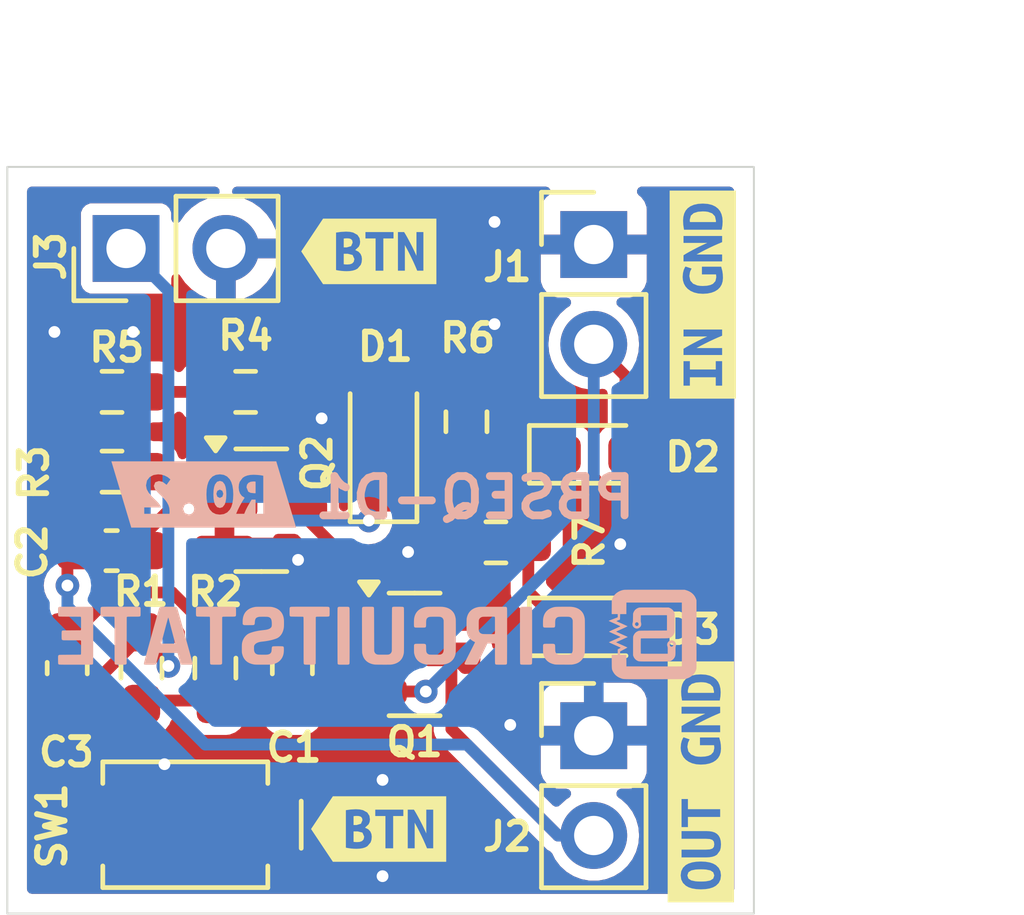
<source format=kicad_pcb>
(kicad_pcb (version 20240108) (generator "pcbnew") (generator_version "8.0")
  (title_block (title "PBSEQ-D1") (date "2024-06-02") (rev "0.2") (company "CIRCUITSTATE Electronics LLP") (comment 1 "www.circuitstate.com") (comment 2 "Designed by: Vishnu Mohanan (@vizmohanan, @vishnumaiea)") (comment 3 "Push-Button Power Sequencer"))
  (layers (0 "F.Cu" signal) (31 "B.Cu" signal) (34 "B.Paste" user) (35 "F.Paste" user) (36 "B.SilkS" user "B.Silkscreen") (37 "F.SilkS" user "F.Silkscreen") (38 "B.Mask" user) (39 "F.Mask" user) (44 "Edge.Cuts" user))
  (net 0 "")
  (net 1 "VCC")
  (net 2 "Net-(D1-K)")
  (net 3 "OUTPUT")
  (net 4 "Net-(Q2-G)")
  (net 5 "Net-(Q1-G)")
  (net 6 "Net-(D1-A)")
  (net 7 "Net-(D2-K)")
  (net 8 "Net-(D3-K)")
  (net 9 "GND")
  (footprint "Capacitor_SMD:C_0603_1608Metric_Pad1.08x0.95mm_HandSolder" (layer "F.Cu") (at 132.655 100.765)
    (property "Reference" "C2" (at -2.02 0.03 90) (layer "F.SilkS") (effects (font (size 0.7 0.7))))
    (property "Value" "10uF")
    (pad "1" smd roundrect (at -0.8625 0) (size 1.075 0.95) (layers "F.Cu" "F.Paste" "F.Mask") (net 3 "OUTPUT"))
    (pad "2" smd roundrect (at 0.8625 0) (size 1.075 0.95) (layers "F.Cu" "F.Paste" "F.Mask") (net 4 "Net-(Q2-G)"))
  )
  (footprint "LED_SMD:LED_0603_1608Metric_Pad1.05x0.95mm_HandSolder" (layer "F.Cu") (at 144.945 102.705)
    (property "Reference" "D3" (at 2.5 0.07 0) (layer "F.SilkS") (effects (font (size 0.7 0.7))))
    (property "Value" "YELLOW")
    (pad "1" smd roundrect (at -0.875 0) (size 1.05 0.95) (layers "F.Cu" "F.Paste" "F.Mask") (net 8 "Net-(D3-K)"))
    (pad "2" smd roundrect (at 0.875 0) (size 1.05 0.95) (layers "F.Cu" "F.Paste" "F.Mask") (net 3 "OUTPUT"))
  )
  (footprint "Connector_PinHeader_2.54mm:PinHeader_1x02_P2.54mm_Vertical" (layer "F.Cu") (at 144.925 92.975)
    (property "Reference" "J1" (at -2.2 0.57 0) (layer "F.SilkS") (effects (font (size 0.7 0.7))))
    (property "Value" "POWER IN")
    (pad "1" thru_hole rect (at 0 0) (size 1.7 1.7) (drill 1) (layers "*.Cu" "*.Mask") (net 9 "GND"))
    (pad "2" thru_hole oval (at 0 2.54) (size 1.7 1.7) (drill 1) (layers "*.Cu" "*.Mask") (net 1 "VCC"))
  )
  (footprint "Resistor_SMD:R_0603_1608Metric_Pad0.98x0.95mm_HandSolder" (layer "F.Cu") (at 141.685 97.485 90)
    (property "Reference" "R6" (at 2.13 0.03 0) (layer "F.SilkS") (effects (font (size 0.7 0.7))))
    (property "Value" "1K")
    (pad "1" smd roundrect (at -0.9125 0 90) (size 0.975 0.95) (layers "F.Cu" "F.Paste" "F.Mask") (net 7 "Net-(D2-K)"))
    (pad "2" smd roundrect (at 0.9125 0 90) (size 0.975 0.95) (layers "F.Cu" "F.Paste" "F.Mask") (net 9 "GND"))
  )
  (footprint "Diode_SMD:D_SOD-323_HandSoldering" (layer "F.Cu") (at 139.575 98.02 90)
    (property "Reference" "D1" (at 2.445 0.045 0) (layer "F.SilkS") (effects (font (size 0.7 0.7))))
    (property "Value" "1N4148")
    (pad "1" smd roundrect (at -1.25 0 90) (size 1 1) (layers "F.Cu" "F.Paste" "F.Mask") (net 2 "Net-(D1-K)"))
    (pad "2" smd roundrect (at 1.25 0 90) (size 1 1) (layers "F.Cu" "F.Paste" "F.Mask") (net 6 "Net-(D1-A)"))
  )
  (footprint "Resistor_SMD:R_0603_1608Metric_Pad0.98x0.95mm_HandSolder" (layer "F.Cu") (at 132.665 98.755)
    (property "Reference" "R3" (at -1.99 0.03 90) (layer "F.SilkS") (effects (font (size 0.7 0.7))))
    (property "Value" "100K")
    (pad "1" smd roundrect (at -0.9125 0) (size 0.975 0.95) (layers "F.Cu" "F.Paste" "F.Mask") (net 3 "OUTPUT"))
    (pad "2" smd roundrect (at 0.9125 0) (size 0.975 0.95) (layers "F.Cu" "F.Paste" "F.Mask") (net 6 "Net-(D1-A)"))
  )
  (footprint "kibuzzard-663FBD0F" (layer "F.Cu") (at 147.7 94.25 90)
    (property "Reference" "kibuzzard-663FBD0F" (hide yes))
    (property "Value" "G***" (hide yes))
  )
  (footprint "Resistor_SMD:R_0603_1608Metric_Pad0.98x0.95mm_HandSolder" (layer "F.Cu") (at 133.415 103.755 -90)
    (property "Reference" "R1" (at -1.95 0.01 0) (layer "F.SilkS") (effects (font (size 0.7 0.7))))
    (property "Value" "10K")
    (pad "1" smd roundrect (at -0.9125 0 270) (size 0.975 0.95) (layers "F.Cu" "F.Paste" "F.Mask") (net 2 "Net-(D1-K)"))
    (pad "2" smd roundrect (at 0.9125 0 270) (size 0.975 0.95) (layers "F.Cu" "F.Paste" "F.Mask") (net 1 "VCC"))
  )
  (footprint "Capacitor_SMD:C_0603_1608Metric_Pad1.08x0.95mm_HandSolder" (layer "F.Cu") (at 131.525 103.755 -90)
    (property "Reference" "C3" (at 2.14 0.02 0) (layer "F.SilkS") (effects (font (size 0.7 0.7))))
    (property "Value" "1uF")
    (pad "1" smd roundrect (at -0.8625 0 270) (size 1.075 0.95) (layers "F.Cu" "F.Paste" "F.Mask") (net 5 "Net-(Q1-G)"))
    (pad "2" smd roundrect (at 0.8625 0 270) (size 1.075 0.95) (layers "F.Cu" "F.Paste" "F.Mask") (net 2 "Net-(D1-K)"))
  )
  (footprint "Package_TO_SOT_SMD:SOT-23" (layer "F.Cu") (at 140.365 103.406)
    (property "Reference" "Q1" (at 0 2.229 0) (layer "F.SilkS") (effects (font (size 0.7 0.7))))
    (property "Value" "AO3415")
    (pad "1" smd roundrect (at -0.9375 -0.95) (size 1.475 0.6) (layers "F.Cu" "F.Paste" "F.Mask") (net 5 "Net-(Q1-G)"))
    (pad "2" smd roundrect (at -0.9375 0.95) (size 1.475 0.6) (layers "F.Cu" "F.Paste" "F.Mask") (net 1 "VCC"))
    (pad "3" smd roundrect (at 0.9375 0) (size 1.475 0.6) (layers "F.Cu" "F.Paste" "F.Mask") (net 3 "OUTPUT"))
  )
  (footprint "Resistor_SMD:R_0603_1608Metric_Pad0.98x0.95mm_HandSolder" (layer "F.Cu") (at 142.435 100.555 180)
    (property "Reference" "R7" (at -2.38 0.02 90) (layer "F.SilkS") (effects (font (size 0.7 0.7))))
    (property "Value" "200R")
    (pad "1" smd roundrect (at -0.9125 0 180) (size 0.975 0.95) (layers "F.Cu" "F.Paste" "F.Mask") (net 8 "Net-(D3-K)"))
    (pad "2" smd roundrect (at 0.9125 0 180) (size 0.975 0.95) (layers "F.Cu" "F.Paste" "F.Mask") (net 9 "GND"))
  )
  (footprint "Resistor_SMD:R_0603_1608Metric_Pad0.98x0.95mm_HandSolder" (layer "F.Cu") (at 136.065 96.725)
    (property "Reference" "R4" (at 0 -1.43 0) (layer "F.SilkS") (effects (font (size 0.7 0.7))))
    (property "Value" "300K")
    (pad "1" smd roundrect (at -0.9125 0) (size 0.975 0.95) (layers "F.Cu" "F.Paste" "F.Mask") (net 6 "Net-(D1-A)"))
    (pad "2" smd roundrect (at 0.9125 0) (size 0.975 0.95) (layers "F.Cu" "F.Paste" "F.Mask") (net 4 "Net-(Q2-G)"))
  )
  (footprint "Resistor_SMD:R_0603_1608Metric_Pad0.98x0.95mm_HandSolder" (layer "F.Cu") (at 135.295 103.755 90)
    (property "Reference" "R2" (at 1.94 0 0) (layer "F.SilkS") (effects (font (size 0.7 0.7))))
    (property "Value" "100K")
    (pad "1" smd roundrect (at -0.9125 0 90) (size 0.975 0.95) (layers "F.Cu" "F.Paste" "F.Mask") (net 1 "VCC"))
    (pad "2" smd roundrect (at 0.9125 0 90) (size 0.975 0.95) (layers "F.Cu" "F.Paste" "F.Mask") (net 5 "Net-(Q1-G)"))
  )
  (footprint "kibuzzard-663FBC0C" (layer "F.Cu") (at 139.45 107.85)
    (property "Reference" "kibuzzard-663FBC0C" (hide yes))
    (property "Value" "G***" (hide yes))
  )
  (footprint "Resistor_SMD:R_0603_1608Metric_Pad0.98x0.95mm_HandSolder" (layer "F.Cu") (at 132.665 96.725 180)
    (property "Reference" "R5" (at -0.12 1.13 0) (layer "F.SilkS") (effects (font (size 0.7 0.7))))
    (property "Value" "1M")
    (pad "1" smd roundrect (at -0.9125 0 180) (size 0.975 0.95) (layers "F.Cu" "F.Paste" "F.Mask") (net 6 "Net-(D1-A)"))
    (pad "2" smd roundrect (at 0.9125 0 180) (size 0.975 0.95) (layers "F.Cu" "F.Paste" "F.Mask") (net 9 "GND"))
  )
  (footprint "kibuzzard-663FBC0C" (layer "F.Cu") (at 139.2 93.15)
    (property "Reference" "kibuzzard-663FBC0C" (hide yes))
    (property "Value" "G***" (hide yes))
  )
  (footprint "Connector_PinHeader_2.54mm:PinHeader_1x02_P2.54mm_Vertical" (layer "F.Cu") (at 144.925 105.475)
    (property "Reference" "J2" (at -2.2 2.57 0) (layer "F.SilkS") (effects (font (size 0.7 0.7))))
    (property "Value" "POWER OUT")
    (pad "1" thru_hole rect (at 0 0) (size 1.7 1.7) (drill 1) (layers "*.Cu" "*.Mask") (net 9 "GND"))
    (pad "2" thru_hole oval (at 0 2.54) (size 1.7 1.7) (drill 1) (layers "*.Cu" "*.Mask") (net 3 "OUTPUT"))
  )
  (footprint "Capacitor_SMD:C_0603_1608Metric_Pad1.08x0.95mm_HandSolder" (layer "F.Cu") (at 137.255 103.755 90)
    (property "Reference" "C1" (at -2.02 0.04 0) (layer "F.SilkS") (effects (font (size 0.7 0.7))))
    (property "Value" "0.1uF")
    (pad "1" smd roundrect (at -0.8625 0 90) (size 1.075 0.95) (layers "F.Cu" "F.Paste" "F.Mask") (net 1 "VCC"))
    (pad "2" smd roundrect (at 0.8625 0 90) (size 1.075 0.95) (layers "F.Cu" "F.Paste" "F.Mask") (net 5 "Net-(Q1-G)"))
  )
  (footprint "Connector_PinHeader_2.54mm:PinHeader_1x02_P2.54mm_Vertical" (layer "F.Cu") (at 133.0225 93.075 90)
    (property "Reference" "J3" (at -0.2 -1.915 90) (layer "F.SilkS") (effects (font (size 0.7 0.7))))
    (property "Value" "BUTTON")
    (pad "1" thru_hole rect (at 0 0 90) (size 1.7 1.7) (drill 1) (layers "*.Cu" "*.Mask") (net 2 "Net-(D1-K)"))
    (pad "2" thru_hole oval (at 0 2.54 90) (size 1.7 1.7) (drill 1) (layers "*.Cu" "*.Mask") (net 9 "GND"))
  )
  (footprint "LED_SMD:LED_0603_1608Metric_Pad1.05x0.95mm_HandSolder" (layer "F.Cu") (at 144.945 98.315)
    (property "Reference" "D2" (at 2.5 0.07 0) (layer "F.SilkS") (effects (font (size 0.7 0.7))))
    (property "Value" "RED")
    (pad "1" smd roundrect (at -0.875 0) (size 1.05 0.95) (layers "F.Cu" "F.Paste" "F.Mask") (net 7 "Net-(D2-K)"))
    (pad "2" smd roundrect (at 0.875 0) (size 1.05 0.95) (layers "F.Cu" "F.Paste" "F.Mask") (net 1 "VCC"))
  )
  (footprint "CIRCUITSTATE_Switch_SMD:CK_SW_SPST_UK-B0273-SP25Y" (layer "F.Cu") (at 134.53 107.74 180)
    (property "Reference" "SW1" (at 3.39 -0.03 -90) (layer "F.SilkS") (effects (font (size 0.7 0.7))))
    (property "Value" "BUTTON")
    (pad "1" smd rect (at -2.175 0 180) (size 1.15 1.7) (layers "F.Cu" "F.Paste" "F.Mask") (net 9 "GND"))
    (pad "2" smd rect (at 2.175 0 180) (size 1.15 1.7) (layers "F.Cu" "F.Paste" "F.Mask") (net 2 "Net-(D1-K)"))
  )
  (footprint "kibuzzard-663FBCF2" (layer "F.Cu") (at 147.65 106.65 90)
    (property "Reference" "kibuzzard-663FBCF2" (hide yes))
    (property "Value" "G***" (hide yes))
  )
  (footprint "Package_TO_SOT_SMD:SOT-23" (layer "F.Cu") (at 136.465 99.737)
    (property "Reference" "Q2" (at 1.422 -1.202 90) (layer "F.SilkS") (effects (font (size 0.7 0.7))))
    (property "Value" "AO3400A")
    (pad "1" smd roundrect (at -0.9375 -0.95) (size 1.475 0.6) (layers "F.Cu" "F.Paste" "F.Mask") (net 4 "Net-(Q2-G)"))
    (pad "2" smd roundrect (at -0.9375 0.95) (size 1.475 0.6) (layers "F.Cu" "F.Paste" "F.Mask") (net 9 "GND"))
    (pad "3" smd roundrect (at 0.9375 0) (size 1.475 0.6) (layers "F.Cu" "F.Paste" "F.Mask") (net 5 "Net-(Q1-G)"))
  )
  (footprint "CIRCUITSTATE_Graphics:Circuitstate-Logomark-20.4x5mm" (layer "B.Cu") (at 139.4 103.1 180)
    (property "Reference" "G***" (hide yes))
    (property "Value" "LOGO" (hide yes))
  )
  (footprint "kibuzzard-665C27BB" (layer "B.Cu") (at 135 99.336 180)
    (property "Reference" "kibuzzard-665C27BB" (hide yes))
    (property "Value" "G***" (hide yes))
  )
  (gr_rect (start 130 91) (end 149 110) (stroke (width 0.05)) (fill none) (layer "Edge.Cuts"))
  (gr_text "PBSEQ-D1" (at 141.9 100 0) (layer "B.SilkS") (effects (font (size 1 1) (thickness 0.2) (bold yes)) (justify bottom mirror)))
  (segment (start 133.415 104.58) (end 137.205 104.58) (width 0.3) (layer "F.Cu") (net 1))
  (segment (start 137.255 104.53) (end 139.2535 104.53) (width 0.3) (layer "F.Cu") (net 1))
  (segment (start 139.2535 104.53) (end 139.4275 104.356) (width 0.3) (layer "F.Cu") (net 1))
  (segment (start 145.7325 98.315) (end 145.7325 96.3225) (width 0.3) (layer "F.Cu") (net 1))
  (segment (start 145.7325 96.3225) (end 144.925 95.515) (width 0.3) (layer "F.Cu") (net 1))
  (segment (start 137.205 104.58) (end 137.255 104.53) (width 0.3) (layer "F.Cu") (net 1))
  (segment (start 139.4335 104.35) (end 139.4275 104.356) (width 0.3) (layer "F.Cu") (net 1))
  (segment (start 140.65 104.35) (end 139.4335 104.35) (width 0.3) (layer "F.Cu") (net 1))
  (via (at 140.65 104.35) (size 0.6) (drill 0.3) (layers "F.Cu" "B.Cu") (net 1))
  (segment (start 144.925 100.075) (end 144.925 95.515) (width 0.3) (layer "B.Cu") (net 1))
  (segment (start 140.65 104.35) (end 144.925 100.075) (width 0.3) (layer "B.Cu") (net 1))
  (segment (start 131.815 104.53) (end 133.415 102.93) (width 0.3) (layer "F.Cu") (net 2))
  (segment (start 139.575 99.625) (end 139.2 100) (width 0.3) (layer "F.Cu") (net 2))
  (segment (start 132.355 105.36) (end 131.525 104.53) (width 0.3) (layer "F.Cu") (net 2))
  (segment (start 133.415 103.015) (end 134.1 103.7) (width 0.3) (layer "F.Cu") (net 2))
  (segment (start 132.355 107.74) (end 132.355 105.36) (width 0.3) (layer "F.Cu") (net 2))
  (segment (start 133.415 102.93) (end 133.415 103.015) (width 0.3) (layer "F.Cu") (net 2))
  (segment (start 139.575 99.27) (end 139.575 99.625) (width 0.3) (layer "F.Cu") (net 2))
  (segment (start 131.525 104.53) (end 131.815 104.53) (width 0.3) (layer "F.Cu") (net 2))
  (via (at 139.2 100) (size 0.6) (drill 0.3) (layers "F.Cu" "B.Cu") (net 2))
  (via (at 134.1 103.7) (size 0.6) (drill 0.3) (layers "F.Cu" "B.Cu") (net 2))
  (segment (start 134.1 100.1) (end 134.1 94.1525) (width 0.3) (layer "B.Cu") (net 2))
  (segment (start 134.1 94.1525) (end 133.0225 93.075) (width 0.3) (layer "B.Cu") (net 2))
  (segment (start 134.1 103.7) (end 134.1 100.1) (width 0.3) (layer "B.Cu") (net 2))
  (segment (start 134.2 100) (end 134.1 100.1) (width 0.3) (layer "B.Cu") (net 2))
  (segment (start 139.2 100) (end 134.2 100) (width 0.3) (layer "B.Cu") (net 2))
  (segment (start 131.53 100.765) (end 131.49 100.725) (width 0.3) (layer "F.Cu") (net 3))
  (segment (start 141.3025 103.406) (end 141.6465 103.75) (width 0.3) (layer "F.Cu") (net 3))
  (segment (start 144.6875 103.75) (end 145.7325 102.705) (width 0.3) (layer "F.Cu") (net 3))
  (segment (start 131.53 101.652823) (end 131.53 100.765) (width 0.3) (layer "F.Cu") (net 3))
  (segment (start 141.3025 105.3025) (end 144.015 108.015) (width 0.3) (layer "F.Cu") (net 3))
  (segment (start 131.49 100.725) (end 131.49 98.755) (width 0.3) (layer "F.Cu") (net 3))
  (segment (start 141.3025 103.406) (end 141.3025 105.3025) (width 0.3) (layer "F.Cu") (net 3))
  (segment (start 141.6465 103.75) (end 144.6875 103.75) (width 0.3) (layer "F.Cu") (net 3))
  (segment (start 144.015 108.015) (end 144.925 108.015) (width 0.3) (layer "F.Cu") (net 3))
  (via (at 131.53 101.652823) (size 0.6) (drill 0.3) (layers "F.Cu" "B.Cu") (net 3))
  (segment (start 135.040381 105.7) (end 141.7 105.7) (width 0.3) (layer "B.Cu") (net 3))
  (segment (start 131.53 102.189619) (end 135.040381 105.7) (width 0.3) (layer "B.Cu") (net 3))
  (segment (start 144.015 108.015) (end 144.925 108.015) (width 0.3) (layer "B.Cu") (net 3))
  (segment (start 141.7 105.7) (end 144.015 108.015) (width 0.3) (layer "B.Cu") (net 3))
  (segment (start 131.53 101.652823) (end 131.53 102.189619) (width 0.3) (layer "B.Cu") (net 3))
  (segment (start 136.64 96.725) (end 136.64 97.6745) (width 0.3) (layer "F.Cu") (net 4))
  (segment (start 135.058 98.787) (end 133.08 100.765) (width 0.3) (layer "F.Cu") (net 4))
  (segment (start 135.5275 98.787) (end 135.058 98.787) (width 0.3) (layer "F.Cu") (net 4))
  (segment (start 136.64 97.6745) (end 135.5275 98.787) (width 0.3) (layer "F.Cu") (net 4))
  (segment (start 135.295 102.93) (end 137.205 102.93) (width 0.3) (layer "F.Cu") (net 5))
  (segment (start 137.4025 99.737) (end 139.4275 101.762) (width 0.3) (layer "F.Cu") (net 5))
  (segment (start 131.583857 102.98) (end 132.733542 101.830315) (width 0.3) (layer "F.Cu") (net 5))
  (segment (start 132.733542 101.830315) (end 134.195315 101.830315) (width 0.3) (layer "F.Cu") (net 5))
  (segment (start 137.255 102.98) (end 138.9035 102.98) (width 0.3) (layer "F.Cu") (net 5))
  (segment (start 134.195315 101.830315) (end 135.295 102.93) (width 0.3) (layer "F.Cu") (net 5))
  (segment (start 131.525 102.98) (end 131.583857 102.98) (width 0.3) (layer "F.Cu") (net 5))
  (segment (start 138.9035 102.98) (end 139.4275 102.456) (width 0.3) (layer "F.Cu") (net 5))
  (segment (start 139.4275 101.762) (end 139.4275 102.456) (width 0.3) (layer "F.Cu") (net 5))
  (segment (start 137.205 102.93) (end 137.255 102.98) (width 0.3) (layer "F.Cu") (net 5))
  (segment (start 133.14 98.755) (end 133.14 96.725) (width 0.3) (layer "F.Cu") (net 6))
  (segment (start 138.705 95.9) (end 139.575 96.77) (width 0.3) (layer "F.Cu") (net 6))
  (segment (start 134.99 96.725) (end 134.99 96.36) (width 0.3) (layer "F.Cu") (net 6))
  (segment (start 134.99 96.36) (end 135.45 95.9) (width 0.3) (layer "F.Cu") (net 6))
  (segment (start 135.45 95.9) (end 138.705 95.9) (width 0.3) (layer "F.Cu") (net 6))
  (segment (start 133.14 96.725) (end 134.99 96.725) (width 0.3) (layer "F.Cu") (net 6))
  (segment (start 141.685 98.31) (end 144.1525 98.31) (width 0.3) (layer "F.Cu") (net 7))
  (segment (start 144.1525 98.31) (end 144.1575 98.315) (width 0.3) (layer "F.Cu") (net 7))
  (segment (start 143.26 101.8075) (end 144.1575 102.705) (width 0.3) (layer "F.Cu") (net 8))
  (segment (start 143.26 100.555) (end 143.26 101.8075) (width 0.3) (layer "F.Cu") (net 8))
  (via (at 138 97.4) (size 0.6) (drill 0.3) (layers "F.Cu" "B.Cu") (net 9))
  (via (at 137.4 101) (size 0.6) (drill 0.3) (layers "F.Cu" "B.Cu") (net 9))
  (via (at 133.2 95.2) (size 0.6) (drill 0.3) (layers "F.Cu" "B.Cu") (net 9))
  (via (at 140.2 100.8) (size 0.6) (drill 0.3) (layers "F.Cu" "B.Cu") (net 9))
  (via (at 134 106.2) (size 0.6) (drill 0.3) (layers "F.Cu" "B.Cu") (net 9))
  (via (at 142.8 105.2) (size 0.6) (drill 0.3) (layers "F.Cu" "B.Cu") (net 9))
  (via (at 131.2 95.2) (size 0.6) (drill 0.3) (layers "F.Cu" "B.Cu") (net 9))
  (via (at 142.4 92.4) (size 0.6) (drill 0.3) (layers "F.Cu" "B.Cu") (net 9))
  (via (at 139.55 109.05) (size 0.6) (drill 0.3) (layers "F.Cu" "B.Cu") (net 9))
  (via (at 142.4 95) (size 0.6) (drill 0.3) (layers "F.Cu" "B.Cu") (net 9))
  (via (at 139.55 106.6) (size 0.6) (drill 0.3) (layers "F.Cu" "B.Cu") (net 9))
  (via (at 145.6 100.6) (size 0.6) (drill 0.3) (layers "F.Cu" "B.Cu") (net 9))
  (zone (net 9) (net_name "GND") (layers "F&B.Cu") (connect_pads (clearance 0.3)) (min_thickness 0.25) (fill yes (thermal_gap 0.5) (thermal_bridge_width 0.5) (island_removal_mode 1) (island_area_min 10))
    (polygon (pts (xy 130 91) (xy 149 91) (xy 149 110) (xy 130 110)))
  )
)
</source>
